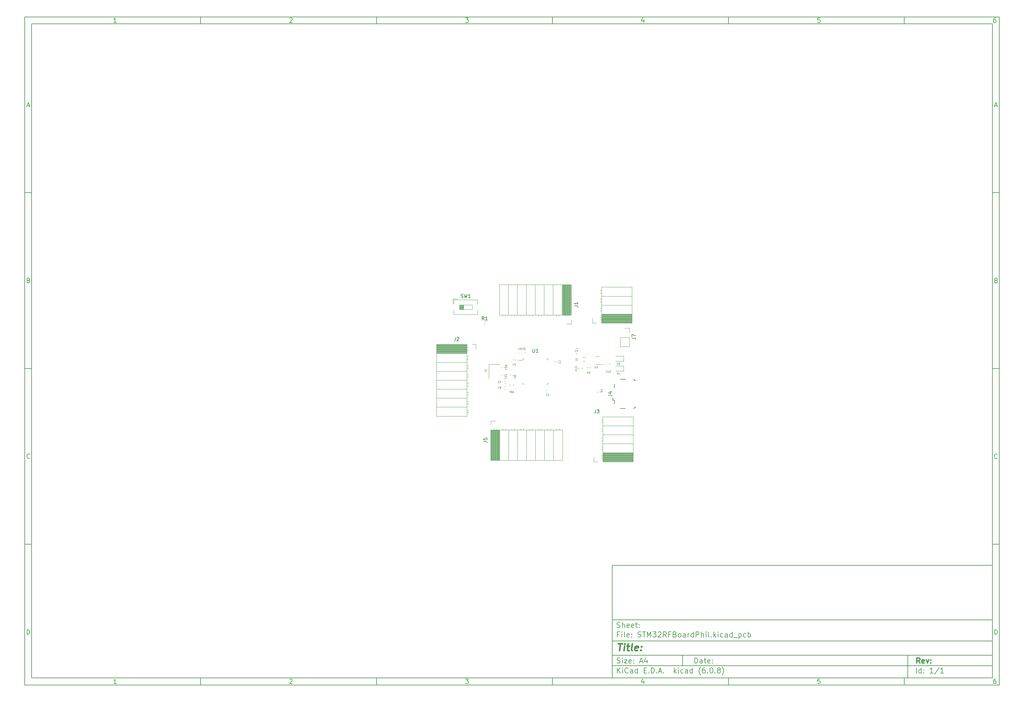
<source format=gbr>
%TF.GenerationSoftware,KiCad,Pcbnew,(6.0.8)*%
%TF.CreationDate,2022-10-27T20:00:02-05:00*%
%TF.ProjectId,STM32RFBoardPhil,53544d33-3252-4464-926f-617264506869,rev?*%
%TF.SameCoordinates,Original*%
%TF.FileFunction,Legend,Top*%
%TF.FilePolarity,Positive*%
%FSLAX46Y46*%
G04 Gerber Fmt 4.6, Leading zero omitted, Abs format (unit mm)*
G04 Created by KiCad (PCBNEW (6.0.8)) date 2022-10-27 20:00:02*
%MOMM*%
%LPD*%
G01*
G04 APERTURE LIST*
%ADD10C,0.100000*%
%ADD11C,0.150000*%
%ADD12C,0.300000*%
%ADD13C,0.400000*%
%ADD14C,0.125000*%
%ADD15C,0.120000*%
G04 APERTURE END LIST*
D10*
D11*
X177002200Y-166007200D02*
X177002200Y-198007200D01*
X285002200Y-198007200D01*
X285002200Y-166007200D01*
X177002200Y-166007200D01*
D10*
D11*
X10000000Y-10000000D02*
X10000000Y-200007200D01*
X287002200Y-200007200D01*
X287002200Y-10000000D01*
X10000000Y-10000000D01*
D10*
D11*
X12000000Y-12000000D02*
X12000000Y-198007200D01*
X285002200Y-198007200D01*
X285002200Y-12000000D01*
X12000000Y-12000000D01*
D10*
D11*
X60000000Y-12000000D02*
X60000000Y-10000000D01*
D10*
D11*
X110000000Y-12000000D02*
X110000000Y-10000000D01*
D10*
D11*
X160000000Y-12000000D02*
X160000000Y-10000000D01*
D10*
D11*
X210000000Y-12000000D02*
X210000000Y-10000000D01*
D10*
D11*
X260000000Y-12000000D02*
X260000000Y-10000000D01*
D10*
D11*
X36065476Y-11588095D02*
X35322619Y-11588095D01*
X35694047Y-11588095D02*
X35694047Y-10288095D01*
X35570238Y-10473809D01*
X35446428Y-10597619D01*
X35322619Y-10659523D01*
D10*
D11*
X85322619Y-10411904D02*
X85384523Y-10350000D01*
X85508333Y-10288095D01*
X85817857Y-10288095D01*
X85941666Y-10350000D01*
X86003571Y-10411904D01*
X86065476Y-10535714D01*
X86065476Y-10659523D01*
X86003571Y-10845238D01*
X85260714Y-11588095D01*
X86065476Y-11588095D01*
D10*
D11*
X135260714Y-10288095D02*
X136065476Y-10288095D01*
X135632142Y-10783333D01*
X135817857Y-10783333D01*
X135941666Y-10845238D01*
X136003571Y-10907142D01*
X136065476Y-11030952D01*
X136065476Y-11340476D01*
X136003571Y-11464285D01*
X135941666Y-11526190D01*
X135817857Y-11588095D01*
X135446428Y-11588095D01*
X135322619Y-11526190D01*
X135260714Y-11464285D01*
D10*
D11*
X185941666Y-10721428D02*
X185941666Y-11588095D01*
X185632142Y-10226190D02*
X185322619Y-11154761D01*
X186127380Y-11154761D01*
D10*
D11*
X236003571Y-10288095D02*
X235384523Y-10288095D01*
X235322619Y-10907142D01*
X235384523Y-10845238D01*
X235508333Y-10783333D01*
X235817857Y-10783333D01*
X235941666Y-10845238D01*
X236003571Y-10907142D01*
X236065476Y-11030952D01*
X236065476Y-11340476D01*
X236003571Y-11464285D01*
X235941666Y-11526190D01*
X235817857Y-11588095D01*
X235508333Y-11588095D01*
X235384523Y-11526190D01*
X235322619Y-11464285D01*
D10*
D11*
X285941666Y-10288095D02*
X285694047Y-10288095D01*
X285570238Y-10350000D01*
X285508333Y-10411904D01*
X285384523Y-10597619D01*
X285322619Y-10845238D01*
X285322619Y-11340476D01*
X285384523Y-11464285D01*
X285446428Y-11526190D01*
X285570238Y-11588095D01*
X285817857Y-11588095D01*
X285941666Y-11526190D01*
X286003571Y-11464285D01*
X286065476Y-11340476D01*
X286065476Y-11030952D01*
X286003571Y-10907142D01*
X285941666Y-10845238D01*
X285817857Y-10783333D01*
X285570238Y-10783333D01*
X285446428Y-10845238D01*
X285384523Y-10907142D01*
X285322619Y-11030952D01*
D10*
D11*
X60000000Y-198007200D02*
X60000000Y-200007200D01*
D10*
D11*
X110000000Y-198007200D02*
X110000000Y-200007200D01*
D10*
D11*
X160000000Y-198007200D02*
X160000000Y-200007200D01*
D10*
D11*
X210000000Y-198007200D02*
X210000000Y-200007200D01*
D10*
D11*
X260000000Y-198007200D02*
X260000000Y-200007200D01*
D10*
D11*
X36065476Y-199595295D02*
X35322619Y-199595295D01*
X35694047Y-199595295D02*
X35694047Y-198295295D01*
X35570238Y-198481009D01*
X35446428Y-198604819D01*
X35322619Y-198666723D01*
D10*
D11*
X85322619Y-198419104D02*
X85384523Y-198357200D01*
X85508333Y-198295295D01*
X85817857Y-198295295D01*
X85941666Y-198357200D01*
X86003571Y-198419104D01*
X86065476Y-198542914D01*
X86065476Y-198666723D01*
X86003571Y-198852438D01*
X85260714Y-199595295D01*
X86065476Y-199595295D01*
D10*
D11*
X135260714Y-198295295D02*
X136065476Y-198295295D01*
X135632142Y-198790533D01*
X135817857Y-198790533D01*
X135941666Y-198852438D01*
X136003571Y-198914342D01*
X136065476Y-199038152D01*
X136065476Y-199347676D01*
X136003571Y-199471485D01*
X135941666Y-199533390D01*
X135817857Y-199595295D01*
X135446428Y-199595295D01*
X135322619Y-199533390D01*
X135260714Y-199471485D01*
D10*
D11*
X185941666Y-198728628D02*
X185941666Y-199595295D01*
X185632142Y-198233390D02*
X185322619Y-199161961D01*
X186127380Y-199161961D01*
D10*
D11*
X236003571Y-198295295D02*
X235384523Y-198295295D01*
X235322619Y-198914342D01*
X235384523Y-198852438D01*
X235508333Y-198790533D01*
X235817857Y-198790533D01*
X235941666Y-198852438D01*
X236003571Y-198914342D01*
X236065476Y-199038152D01*
X236065476Y-199347676D01*
X236003571Y-199471485D01*
X235941666Y-199533390D01*
X235817857Y-199595295D01*
X235508333Y-199595295D01*
X235384523Y-199533390D01*
X235322619Y-199471485D01*
D10*
D11*
X285941666Y-198295295D02*
X285694047Y-198295295D01*
X285570238Y-198357200D01*
X285508333Y-198419104D01*
X285384523Y-198604819D01*
X285322619Y-198852438D01*
X285322619Y-199347676D01*
X285384523Y-199471485D01*
X285446428Y-199533390D01*
X285570238Y-199595295D01*
X285817857Y-199595295D01*
X285941666Y-199533390D01*
X286003571Y-199471485D01*
X286065476Y-199347676D01*
X286065476Y-199038152D01*
X286003571Y-198914342D01*
X285941666Y-198852438D01*
X285817857Y-198790533D01*
X285570238Y-198790533D01*
X285446428Y-198852438D01*
X285384523Y-198914342D01*
X285322619Y-199038152D01*
D10*
D11*
X10000000Y-60000000D02*
X12000000Y-60000000D01*
D10*
D11*
X10000000Y-110000000D02*
X12000000Y-110000000D01*
D10*
D11*
X10000000Y-160000000D02*
X12000000Y-160000000D01*
D10*
D11*
X10690476Y-35216666D02*
X11309523Y-35216666D01*
X10566666Y-35588095D02*
X11000000Y-34288095D01*
X11433333Y-35588095D01*
D10*
D11*
X11092857Y-84907142D02*
X11278571Y-84969047D01*
X11340476Y-85030952D01*
X11402380Y-85154761D01*
X11402380Y-85340476D01*
X11340476Y-85464285D01*
X11278571Y-85526190D01*
X11154761Y-85588095D01*
X10659523Y-85588095D01*
X10659523Y-84288095D01*
X11092857Y-84288095D01*
X11216666Y-84350000D01*
X11278571Y-84411904D01*
X11340476Y-84535714D01*
X11340476Y-84659523D01*
X11278571Y-84783333D01*
X11216666Y-84845238D01*
X11092857Y-84907142D01*
X10659523Y-84907142D01*
D10*
D11*
X11402380Y-135464285D02*
X11340476Y-135526190D01*
X11154761Y-135588095D01*
X11030952Y-135588095D01*
X10845238Y-135526190D01*
X10721428Y-135402380D01*
X10659523Y-135278571D01*
X10597619Y-135030952D01*
X10597619Y-134845238D01*
X10659523Y-134597619D01*
X10721428Y-134473809D01*
X10845238Y-134350000D01*
X11030952Y-134288095D01*
X11154761Y-134288095D01*
X11340476Y-134350000D01*
X11402380Y-134411904D01*
D10*
D11*
X10659523Y-185588095D02*
X10659523Y-184288095D01*
X10969047Y-184288095D01*
X11154761Y-184350000D01*
X11278571Y-184473809D01*
X11340476Y-184597619D01*
X11402380Y-184845238D01*
X11402380Y-185030952D01*
X11340476Y-185278571D01*
X11278571Y-185402380D01*
X11154761Y-185526190D01*
X10969047Y-185588095D01*
X10659523Y-185588095D01*
D10*
D11*
X287002200Y-60000000D02*
X285002200Y-60000000D01*
D10*
D11*
X287002200Y-110000000D02*
X285002200Y-110000000D01*
D10*
D11*
X287002200Y-160000000D02*
X285002200Y-160000000D01*
D10*
D11*
X285692676Y-35216666D02*
X286311723Y-35216666D01*
X285568866Y-35588095D02*
X286002200Y-34288095D01*
X286435533Y-35588095D01*
D10*
D11*
X286095057Y-84907142D02*
X286280771Y-84969047D01*
X286342676Y-85030952D01*
X286404580Y-85154761D01*
X286404580Y-85340476D01*
X286342676Y-85464285D01*
X286280771Y-85526190D01*
X286156961Y-85588095D01*
X285661723Y-85588095D01*
X285661723Y-84288095D01*
X286095057Y-84288095D01*
X286218866Y-84350000D01*
X286280771Y-84411904D01*
X286342676Y-84535714D01*
X286342676Y-84659523D01*
X286280771Y-84783333D01*
X286218866Y-84845238D01*
X286095057Y-84907142D01*
X285661723Y-84907142D01*
D10*
D11*
X286404580Y-135464285D02*
X286342676Y-135526190D01*
X286156961Y-135588095D01*
X286033152Y-135588095D01*
X285847438Y-135526190D01*
X285723628Y-135402380D01*
X285661723Y-135278571D01*
X285599819Y-135030952D01*
X285599819Y-134845238D01*
X285661723Y-134597619D01*
X285723628Y-134473809D01*
X285847438Y-134350000D01*
X286033152Y-134288095D01*
X286156961Y-134288095D01*
X286342676Y-134350000D01*
X286404580Y-134411904D01*
D10*
D11*
X285661723Y-185588095D02*
X285661723Y-184288095D01*
X285971247Y-184288095D01*
X286156961Y-184350000D01*
X286280771Y-184473809D01*
X286342676Y-184597619D01*
X286404580Y-184845238D01*
X286404580Y-185030952D01*
X286342676Y-185278571D01*
X286280771Y-185402380D01*
X286156961Y-185526190D01*
X285971247Y-185588095D01*
X285661723Y-185588095D01*
D10*
D11*
X200434342Y-193785771D02*
X200434342Y-192285771D01*
X200791485Y-192285771D01*
X201005771Y-192357200D01*
X201148628Y-192500057D01*
X201220057Y-192642914D01*
X201291485Y-192928628D01*
X201291485Y-193142914D01*
X201220057Y-193428628D01*
X201148628Y-193571485D01*
X201005771Y-193714342D01*
X200791485Y-193785771D01*
X200434342Y-193785771D01*
X202577200Y-193785771D02*
X202577200Y-193000057D01*
X202505771Y-192857200D01*
X202362914Y-192785771D01*
X202077200Y-192785771D01*
X201934342Y-192857200D01*
X202577200Y-193714342D02*
X202434342Y-193785771D01*
X202077200Y-193785771D01*
X201934342Y-193714342D01*
X201862914Y-193571485D01*
X201862914Y-193428628D01*
X201934342Y-193285771D01*
X202077200Y-193214342D01*
X202434342Y-193214342D01*
X202577200Y-193142914D01*
X203077200Y-192785771D02*
X203648628Y-192785771D01*
X203291485Y-192285771D02*
X203291485Y-193571485D01*
X203362914Y-193714342D01*
X203505771Y-193785771D01*
X203648628Y-193785771D01*
X204720057Y-193714342D02*
X204577200Y-193785771D01*
X204291485Y-193785771D01*
X204148628Y-193714342D01*
X204077200Y-193571485D01*
X204077200Y-193000057D01*
X204148628Y-192857200D01*
X204291485Y-192785771D01*
X204577200Y-192785771D01*
X204720057Y-192857200D01*
X204791485Y-193000057D01*
X204791485Y-193142914D01*
X204077200Y-193285771D01*
X205434342Y-193642914D02*
X205505771Y-193714342D01*
X205434342Y-193785771D01*
X205362914Y-193714342D01*
X205434342Y-193642914D01*
X205434342Y-193785771D01*
X205434342Y-192857200D02*
X205505771Y-192928628D01*
X205434342Y-193000057D01*
X205362914Y-192928628D01*
X205434342Y-192857200D01*
X205434342Y-193000057D01*
D10*
D11*
X177002200Y-194507200D02*
X285002200Y-194507200D01*
D10*
D11*
X178434342Y-196585771D02*
X178434342Y-195085771D01*
X179291485Y-196585771D02*
X178648628Y-195728628D01*
X179291485Y-195085771D02*
X178434342Y-195942914D01*
X179934342Y-196585771D02*
X179934342Y-195585771D01*
X179934342Y-195085771D02*
X179862914Y-195157200D01*
X179934342Y-195228628D01*
X180005771Y-195157200D01*
X179934342Y-195085771D01*
X179934342Y-195228628D01*
X181505771Y-196442914D02*
X181434342Y-196514342D01*
X181220057Y-196585771D01*
X181077200Y-196585771D01*
X180862914Y-196514342D01*
X180720057Y-196371485D01*
X180648628Y-196228628D01*
X180577200Y-195942914D01*
X180577200Y-195728628D01*
X180648628Y-195442914D01*
X180720057Y-195300057D01*
X180862914Y-195157200D01*
X181077200Y-195085771D01*
X181220057Y-195085771D01*
X181434342Y-195157200D01*
X181505771Y-195228628D01*
X182791485Y-196585771D02*
X182791485Y-195800057D01*
X182720057Y-195657200D01*
X182577200Y-195585771D01*
X182291485Y-195585771D01*
X182148628Y-195657200D01*
X182791485Y-196514342D02*
X182648628Y-196585771D01*
X182291485Y-196585771D01*
X182148628Y-196514342D01*
X182077200Y-196371485D01*
X182077200Y-196228628D01*
X182148628Y-196085771D01*
X182291485Y-196014342D01*
X182648628Y-196014342D01*
X182791485Y-195942914D01*
X184148628Y-196585771D02*
X184148628Y-195085771D01*
X184148628Y-196514342D02*
X184005771Y-196585771D01*
X183720057Y-196585771D01*
X183577200Y-196514342D01*
X183505771Y-196442914D01*
X183434342Y-196300057D01*
X183434342Y-195871485D01*
X183505771Y-195728628D01*
X183577200Y-195657200D01*
X183720057Y-195585771D01*
X184005771Y-195585771D01*
X184148628Y-195657200D01*
X186005771Y-195800057D02*
X186505771Y-195800057D01*
X186720057Y-196585771D02*
X186005771Y-196585771D01*
X186005771Y-195085771D01*
X186720057Y-195085771D01*
X187362914Y-196442914D02*
X187434342Y-196514342D01*
X187362914Y-196585771D01*
X187291485Y-196514342D01*
X187362914Y-196442914D01*
X187362914Y-196585771D01*
X188077200Y-196585771D02*
X188077200Y-195085771D01*
X188434342Y-195085771D01*
X188648628Y-195157200D01*
X188791485Y-195300057D01*
X188862914Y-195442914D01*
X188934342Y-195728628D01*
X188934342Y-195942914D01*
X188862914Y-196228628D01*
X188791485Y-196371485D01*
X188648628Y-196514342D01*
X188434342Y-196585771D01*
X188077200Y-196585771D01*
X189577200Y-196442914D02*
X189648628Y-196514342D01*
X189577200Y-196585771D01*
X189505771Y-196514342D01*
X189577200Y-196442914D01*
X189577200Y-196585771D01*
X190220057Y-196157200D02*
X190934342Y-196157200D01*
X190077200Y-196585771D02*
X190577200Y-195085771D01*
X191077200Y-196585771D01*
X191577200Y-196442914D02*
X191648628Y-196514342D01*
X191577200Y-196585771D01*
X191505771Y-196514342D01*
X191577200Y-196442914D01*
X191577200Y-196585771D01*
X194577200Y-196585771D02*
X194577200Y-195085771D01*
X194720057Y-196014342D02*
X195148628Y-196585771D01*
X195148628Y-195585771D02*
X194577200Y-196157200D01*
X195791485Y-196585771D02*
X195791485Y-195585771D01*
X195791485Y-195085771D02*
X195720057Y-195157200D01*
X195791485Y-195228628D01*
X195862914Y-195157200D01*
X195791485Y-195085771D01*
X195791485Y-195228628D01*
X197148628Y-196514342D02*
X197005771Y-196585771D01*
X196720057Y-196585771D01*
X196577200Y-196514342D01*
X196505771Y-196442914D01*
X196434342Y-196300057D01*
X196434342Y-195871485D01*
X196505771Y-195728628D01*
X196577200Y-195657200D01*
X196720057Y-195585771D01*
X197005771Y-195585771D01*
X197148628Y-195657200D01*
X198434342Y-196585771D02*
X198434342Y-195800057D01*
X198362914Y-195657200D01*
X198220057Y-195585771D01*
X197934342Y-195585771D01*
X197791485Y-195657200D01*
X198434342Y-196514342D02*
X198291485Y-196585771D01*
X197934342Y-196585771D01*
X197791485Y-196514342D01*
X197720057Y-196371485D01*
X197720057Y-196228628D01*
X197791485Y-196085771D01*
X197934342Y-196014342D01*
X198291485Y-196014342D01*
X198434342Y-195942914D01*
X199791485Y-196585771D02*
X199791485Y-195085771D01*
X199791485Y-196514342D02*
X199648628Y-196585771D01*
X199362914Y-196585771D01*
X199220057Y-196514342D01*
X199148628Y-196442914D01*
X199077200Y-196300057D01*
X199077200Y-195871485D01*
X199148628Y-195728628D01*
X199220057Y-195657200D01*
X199362914Y-195585771D01*
X199648628Y-195585771D01*
X199791485Y-195657200D01*
X202077200Y-197157200D02*
X202005771Y-197085771D01*
X201862914Y-196871485D01*
X201791485Y-196728628D01*
X201720057Y-196514342D01*
X201648628Y-196157200D01*
X201648628Y-195871485D01*
X201720057Y-195514342D01*
X201791485Y-195300057D01*
X201862914Y-195157200D01*
X202005771Y-194942914D01*
X202077200Y-194871485D01*
X203291485Y-195085771D02*
X203005771Y-195085771D01*
X202862914Y-195157200D01*
X202791485Y-195228628D01*
X202648628Y-195442914D01*
X202577200Y-195728628D01*
X202577200Y-196300057D01*
X202648628Y-196442914D01*
X202720057Y-196514342D01*
X202862914Y-196585771D01*
X203148628Y-196585771D01*
X203291485Y-196514342D01*
X203362914Y-196442914D01*
X203434342Y-196300057D01*
X203434342Y-195942914D01*
X203362914Y-195800057D01*
X203291485Y-195728628D01*
X203148628Y-195657200D01*
X202862914Y-195657200D01*
X202720057Y-195728628D01*
X202648628Y-195800057D01*
X202577200Y-195942914D01*
X204077200Y-196442914D02*
X204148628Y-196514342D01*
X204077200Y-196585771D01*
X204005771Y-196514342D01*
X204077200Y-196442914D01*
X204077200Y-196585771D01*
X205077200Y-195085771D02*
X205220057Y-195085771D01*
X205362914Y-195157200D01*
X205434342Y-195228628D01*
X205505771Y-195371485D01*
X205577200Y-195657200D01*
X205577200Y-196014342D01*
X205505771Y-196300057D01*
X205434342Y-196442914D01*
X205362914Y-196514342D01*
X205220057Y-196585771D01*
X205077200Y-196585771D01*
X204934342Y-196514342D01*
X204862914Y-196442914D01*
X204791485Y-196300057D01*
X204720057Y-196014342D01*
X204720057Y-195657200D01*
X204791485Y-195371485D01*
X204862914Y-195228628D01*
X204934342Y-195157200D01*
X205077200Y-195085771D01*
X206220057Y-196442914D02*
X206291485Y-196514342D01*
X206220057Y-196585771D01*
X206148628Y-196514342D01*
X206220057Y-196442914D01*
X206220057Y-196585771D01*
X207148628Y-195728628D02*
X207005771Y-195657200D01*
X206934342Y-195585771D01*
X206862914Y-195442914D01*
X206862914Y-195371485D01*
X206934342Y-195228628D01*
X207005771Y-195157200D01*
X207148628Y-195085771D01*
X207434342Y-195085771D01*
X207577200Y-195157200D01*
X207648628Y-195228628D01*
X207720057Y-195371485D01*
X207720057Y-195442914D01*
X207648628Y-195585771D01*
X207577200Y-195657200D01*
X207434342Y-195728628D01*
X207148628Y-195728628D01*
X207005771Y-195800057D01*
X206934342Y-195871485D01*
X206862914Y-196014342D01*
X206862914Y-196300057D01*
X206934342Y-196442914D01*
X207005771Y-196514342D01*
X207148628Y-196585771D01*
X207434342Y-196585771D01*
X207577200Y-196514342D01*
X207648628Y-196442914D01*
X207720057Y-196300057D01*
X207720057Y-196014342D01*
X207648628Y-195871485D01*
X207577200Y-195800057D01*
X207434342Y-195728628D01*
X208220057Y-197157200D02*
X208291485Y-197085771D01*
X208434342Y-196871485D01*
X208505771Y-196728628D01*
X208577200Y-196514342D01*
X208648628Y-196157200D01*
X208648628Y-195871485D01*
X208577200Y-195514342D01*
X208505771Y-195300057D01*
X208434342Y-195157200D01*
X208291485Y-194942914D01*
X208220057Y-194871485D01*
D10*
D11*
X177002200Y-191507200D02*
X285002200Y-191507200D01*
D10*
D12*
X264411485Y-193785771D02*
X263911485Y-193071485D01*
X263554342Y-193785771D02*
X263554342Y-192285771D01*
X264125771Y-192285771D01*
X264268628Y-192357200D01*
X264340057Y-192428628D01*
X264411485Y-192571485D01*
X264411485Y-192785771D01*
X264340057Y-192928628D01*
X264268628Y-193000057D01*
X264125771Y-193071485D01*
X263554342Y-193071485D01*
X265625771Y-193714342D02*
X265482914Y-193785771D01*
X265197200Y-193785771D01*
X265054342Y-193714342D01*
X264982914Y-193571485D01*
X264982914Y-193000057D01*
X265054342Y-192857200D01*
X265197200Y-192785771D01*
X265482914Y-192785771D01*
X265625771Y-192857200D01*
X265697200Y-193000057D01*
X265697200Y-193142914D01*
X264982914Y-193285771D01*
X266197200Y-192785771D02*
X266554342Y-193785771D01*
X266911485Y-192785771D01*
X267482914Y-193642914D02*
X267554342Y-193714342D01*
X267482914Y-193785771D01*
X267411485Y-193714342D01*
X267482914Y-193642914D01*
X267482914Y-193785771D01*
X267482914Y-192857200D02*
X267554342Y-192928628D01*
X267482914Y-193000057D01*
X267411485Y-192928628D01*
X267482914Y-192857200D01*
X267482914Y-193000057D01*
D10*
D11*
X178362914Y-193714342D02*
X178577200Y-193785771D01*
X178934342Y-193785771D01*
X179077200Y-193714342D01*
X179148628Y-193642914D01*
X179220057Y-193500057D01*
X179220057Y-193357200D01*
X179148628Y-193214342D01*
X179077200Y-193142914D01*
X178934342Y-193071485D01*
X178648628Y-193000057D01*
X178505771Y-192928628D01*
X178434342Y-192857200D01*
X178362914Y-192714342D01*
X178362914Y-192571485D01*
X178434342Y-192428628D01*
X178505771Y-192357200D01*
X178648628Y-192285771D01*
X179005771Y-192285771D01*
X179220057Y-192357200D01*
X179862914Y-193785771D02*
X179862914Y-192785771D01*
X179862914Y-192285771D02*
X179791485Y-192357200D01*
X179862914Y-192428628D01*
X179934342Y-192357200D01*
X179862914Y-192285771D01*
X179862914Y-192428628D01*
X180434342Y-192785771D02*
X181220057Y-192785771D01*
X180434342Y-193785771D01*
X181220057Y-193785771D01*
X182362914Y-193714342D02*
X182220057Y-193785771D01*
X181934342Y-193785771D01*
X181791485Y-193714342D01*
X181720057Y-193571485D01*
X181720057Y-193000057D01*
X181791485Y-192857200D01*
X181934342Y-192785771D01*
X182220057Y-192785771D01*
X182362914Y-192857200D01*
X182434342Y-193000057D01*
X182434342Y-193142914D01*
X181720057Y-193285771D01*
X183077200Y-193642914D02*
X183148628Y-193714342D01*
X183077200Y-193785771D01*
X183005771Y-193714342D01*
X183077200Y-193642914D01*
X183077200Y-193785771D01*
X183077200Y-192857200D02*
X183148628Y-192928628D01*
X183077200Y-193000057D01*
X183005771Y-192928628D01*
X183077200Y-192857200D01*
X183077200Y-193000057D01*
X184862914Y-193357200D02*
X185577200Y-193357200D01*
X184720057Y-193785771D02*
X185220057Y-192285771D01*
X185720057Y-193785771D01*
X186862914Y-192785771D02*
X186862914Y-193785771D01*
X186505771Y-192214342D02*
X186148628Y-193285771D01*
X187077200Y-193285771D01*
D10*
D11*
X263434342Y-196585771D02*
X263434342Y-195085771D01*
X264791485Y-196585771D02*
X264791485Y-195085771D01*
X264791485Y-196514342D02*
X264648628Y-196585771D01*
X264362914Y-196585771D01*
X264220057Y-196514342D01*
X264148628Y-196442914D01*
X264077200Y-196300057D01*
X264077200Y-195871485D01*
X264148628Y-195728628D01*
X264220057Y-195657200D01*
X264362914Y-195585771D01*
X264648628Y-195585771D01*
X264791485Y-195657200D01*
X265505771Y-196442914D02*
X265577200Y-196514342D01*
X265505771Y-196585771D01*
X265434342Y-196514342D01*
X265505771Y-196442914D01*
X265505771Y-196585771D01*
X265505771Y-195657200D02*
X265577200Y-195728628D01*
X265505771Y-195800057D01*
X265434342Y-195728628D01*
X265505771Y-195657200D01*
X265505771Y-195800057D01*
X268148628Y-196585771D02*
X267291485Y-196585771D01*
X267720057Y-196585771D02*
X267720057Y-195085771D01*
X267577200Y-195300057D01*
X267434342Y-195442914D01*
X267291485Y-195514342D01*
X269862914Y-195014342D02*
X268577200Y-196942914D01*
X271148628Y-196585771D02*
X270291485Y-196585771D01*
X270720057Y-196585771D02*
X270720057Y-195085771D01*
X270577200Y-195300057D01*
X270434342Y-195442914D01*
X270291485Y-195514342D01*
D10*
D11*
X177002200Y-187507200D02*
X285002200Y-187507200D01*
D10*
D13*
X178714580Y-188211961D02*
X179857438Y-188211961D01*
X179036009Y-190211961D02*
X179286009Y-188211961D01*
X180274104Y-190211961D02*
X180440771Y-188878628D01*
X180524104Y-188211961D02*
X180416961Y-188307200D01*
X180500295Y-188402438D01*
X180607438Y-188307200D01*
X180524104Y-188211961D01*
X180500295Y-188402438D01*
X181107438Y-188878628D02*
X181869342Y-188878628D01*
X181476485Y-188211961D02*
X181262200Y-189926247D01*
X181333628Y-190116723D01*
X181512200Y-190211961D01*
X181702676Y-190211961D01*
X182655057Y-190211961D02*
X182476485Y-190116723D01*
X182405057Y-189926247D01*
X182619342Y-188211961D01*
X184190771Y-190116723D02*
X183988390Y-190211961D01*
X183607438Y-190211961D01*
X183428866Y-190116723D01*
X183357438Y-189926247D01*
X183452676Y-189164342D01*
X183571723Y-188973866D01*
X183774104Y-188878628D01*
X184155057Y-188878628D01*
X184333628Y-188973866D01*
X184405057Y-189164342D01*
X184381247Y-189354819D01*
X183405057Y-189545295D01*
X185155057Y-190021485D02*
X185238390Y-190116723D01*
X185131247Y-190211961D01*
X185047914Y-190116723D01*
X185155057Y-190021485D01*
X185131247Y-190211961D01*
X185286009Y-188973866D02*
X185369342Y-189069104D01*
X185262200Y-189164342D01*
X185178866Y-189069104D01*
X185286009Y-188973866D01*
X185262200Y-189164342D01*
D10*
D11*
X178934342Y-185600057D02*
X178434342Y-185600057D01*
X178434342Y-186385771D02*
X178434342Y-184885771D01*
X179148628Y-184885771D01*
X179720057Y-186385771D02*
X179720057Y-185385771D01*
X179720057Y-184885771D02*
X179648628Y-184957200D01*
X179720057Y-185028628D01*
X179791485Y-184957200D01*
X179720057Y-184885771D01*
X179720057Y-185028628D01*
X180648628Y-186385771D02*
X180505771Y-186314342D01*
X180434342Y-186171485D01*
X180434342Y-184885771D01*
X181791485Y-186314342D02*
X181648628Y-186385771D01*
X181362914Y-186385771D01*
X181220057Y-186314342D01*
X181148628Y-186171485D01*
X181148628Y-185600057D01*
X181220057Y-185457200D01*
X181362914Y-185385771D01*
X181648628Y-185385771D01*
X181791485Y-185457200D01*
X181862914Y-185600057D01*
X181862914Y-185742914D01*
X181148628Y-185885771D01*
X182505771Y-186242914D02*
X182577200Y-186314342D01*
X182505771Y-186385771D01*
X182434342Y-186314342D01*
X182505771Y-186242914D01*
X182505771Y-186385771D01*
X182505771Y-185457200D02*
X182577200Y-185528628D01*
X182505771Y-185600057D01*
X182434342Y-185528628D01*
X182505771Y-185457200D01*
X182505771Y-185600057D01*
X184291485Y-186314342D02*
X184505771Y-186385771D01*
X184862914Y-186385771D01*
X185005771Y-186314342D01*
X185077200Y-186242914D01*
X185148628Y-186100057D01*
X185148628Y-185957200D01*
X185077200Y-185814342D01*
X185005771Y-185742914D01*
X184862914Y-185671485D01*
X184577200Y-185600057D01*
X184434342Y-185528628D01*
X184362914Y-185457200D01*
X184291485Y-185314342D01*
X184291485Y-185171485D01*
X184362914Y-185028628D01*
X184434342Y-184957200D01*
X184577200Y-184885771D01*
X184934342Y-184885771D01*
X185148628Y-184957200D01*
X185577200Y-184885771D02*
X186434342Y-184885771D01*
X186005771Y-186385771D02*
X186005771Y-184885771D01*
X186934342Y-186385771D02*
X186934342Y-184885771D01*
X187434342Y-185957200D01*
X187934342Y-184885771D01*
X187934342Y-186385771D01*
X188505771Y-184885771D02*
X189434342Y-184885771D01*
X188934342Y-185457200D01*
X189148628Y-185457200D01*
X189291485Y-185528628D01*
X189362914Y-185600057D01*
X189434342Y-185742914D01*
X189434342Y-186100057D01*
X189362914Y-186242914D01*
X189291485Y-186314342D01*
X189148628Y-186385771D01*
X188720057Y-186385771D01*
X188577200Y-186314342D01*
X188505771Y-186242914D01*
X190005771Y-185028628D02*
X190077200Y-184957200D01*
X190220057Y-184885771D01*
X190577200Y-184885771D01*
X190720057Y-184957200D01*
X190791485Y-185028628D01*
X190862914Y-185171485D01*
X190862914Y-185314342D01*
X190791485Y-185528628D01*
X189934342Y-186385771D01*
X190862914Y-186385771D01*
X192362914Y-186385771D02*
X191862914Y-185671485D01*
X191505771Y-186385771D02*
X191505771Y-184885771D01*
X192077200Y-184885771D01*
X192220057Y-184957200D01*
X192291485Y-185028628D01*
X192362914Y-185171485D01*
X192362914Y-185385771D01*
X192291485Y-185528628D01*
X192220057Y-185600057D01*
X192077200Y-185671485D01*
X191505771Y-185671485D01*
X193505771Y-185600057D02*
X193005771Y-185600057D01*
X193005771Y-186385771D02*
X193005771Y-184885771D01*
X193720057Y-184885771D01*
X194791485Y-185600057D02*
X195005771Y-185671485D01*
X195077200Y-185742914D01*
X195148628Y-185885771D01*
X195148628Y-186100057D01*
X195077200Y-186242914D01*
X195005771Y-186314342D01*
X194862914Y-186385771D01*
X194291485Y-186385771D01*
X194291485Y-184885771D01*
X194791485Y-184885771D01*
X194934342Y-184957200D01*
X195005771Y-185028628D01*
X195077200Y-185171485D01*
X195077200Y-185314342D01*
X195005771Y-185457200D01*
X194934342Y-185528628D01*
X194791485Y-185600057D01*
X194291485Y-185600057D01*
X196005771Y-186385771D02*
X195862914Y-186314342D01*
X195791485Y-186242914D01*
X195720057Y-186100057D01*
X195720057Y-185671485D01*
X195791485Y-185528628D01*
X195862914Y-185457200D01*
X196005771Y-185385771D01*
X196220057Y-185385771D01*
X196362914Y-185457200D01*
X196434342Y-185528628D01*
X196505771Y-185671485D01*
X196505771Y-186100057D01*
X196434342Y-186242914D01*
X196362914Y-186314342D01*
X196220057Y-186385771D01*
X196005771Y-186385771D01*
X197791485Y-186385771D02*
X197791485Y-185600057D01*
X197720057Y-185457200D01*
X197577200Y-185385771D01*
X197291485Y-185385771D01*
X197148628Y-185457200D01*
X197791485Y-186314342D02*
X197648628Y-186385771D01*
X197291485Y-186385771D01*
X197148628Y-186314342D01*
X197077200Y-186171485D01*
X197077200Y-186028628D01*
X197148628Y-185885771D01*
X197291485Y-185814342D01*
X197648628Y-185814342D01*
X197791485Y-185742914D01*
X198505771Y-186385771D02*
X198505771Y-185385771D01*
X198505771Y-185671485D02*
X198577200Y-185528628D01*
X198648628Y-185457200D01*
X198791485Y-185385771D01*
X198934342Y-185385771D01*
X200077200Y-186385771D02*
X200077200Y-184885771D01*
X200077200Y-186314342D02*
X199934342Y-186385771D01*
X199648628Y-186385771D01*
X199505771Y-186314342D01*
X199434342Y-186242914D01*
X199362914Y-186100057D01*
X199362914Y-185671485D01*
X199434342Y-185528628D01*
X199505771Y-185457200D01*
X199648628Y-185385771D01*
X199934342Y-185385771D01*
X200077200Y-185457200D01*
X200791485Y-186385771D02*
X200791485Y-184885771D01*
X201362914Y-184885771D01*
X201505771Y-184957200D01*
X201577200Y-185028628D01*
X201648628Y-185171485D01*
X201648628Y-185385771D01*
X201577200Y-185528628D01*
X201505771Y-185600057D01*
X201362914Y-185671485D01*
X200791485Y-185671485D01*
X202291485Y-186385771D02*
X202291485Y-184885771D01*
X202934342Y-186385771D02*
X202934342Y-185600057D01*
X202862914Y-185457200D01*
X202720057Y-185385771D01*
X202505771Y-185385771D01*
X202362914Y-185457200D01*
X202291485Y-185528628D01*
X203648628Y-186385771D02*
X203648628Y-185385771D01*
X203648628Y-184885771D02*
X203577200Y-184957200D01*
X203648628Y-185028628D01*
X203720057Y-184957200D01*
X203648628Y-184885771D01*
X203648628Y-185028628D01*
X204577200Y-186385771D02*
X204434342Y-186314342D01*
X204362914Y-186171485D01*
X204362914Y-184885771D01*
X205148628Y-186242914D02*
X205220057Y-186314342D01*
X205148628Y-186385771D01*
X205077200Y-186314342D01*
X205148628Y-186242914D01*
X205148628Y-186385771D01*
X205862914Y-186385771D02*
X205862914Y-184885771D01*
X206005771Y-185814342D02*
X206434342Y-186385771D01*
X206434342Y-185385771D02*
X205862914Y-185957200D01*
X207077200Y-186385771D02*
X207077200Y-185385771D01*
X207077200Y-184885771D02*
X207005771Y-184957200D01*
X207077200Y-185028628D01*
X207148628Y-184957200D01*
X207077200Y-184885771D01*
X207077200Y-185028628D01*
X208434342Y-186314342D02*
X208291485Y-186385771D01*
X208005771Y-186385771D01*
X207862914Y-186314342D01*
X207791485Y-186242914D01*
X207720057Y-186100057D01*
X207720057Y-185671485D01*
X207791485Y-185528628D01*
X207862914Y-185457200D01*
X208005771Y-185385771D01*
X208291485Y-185385771D01*
X208434342Y-185457200D01*
X209720057Y-186385771D02*
X209720057Y-185600057D01*
X209648628Y-185457200D01*
X209505771Y-185385771D01*
X209220057Y-185385771D01*
X209077200Y-185457200D01*
X209720057Y-186314342D02*
X209577200Y-186385771D01*
X209220057Y-186385771D01*
X209077200Y-186314342D01*
X209005771Y-186171485D01*
X209005771Y-186028628D01*
X209077200Y-185885771D01*
X209220057Y-185814342D01*
X209577200Y-185814342D01*
X209720057Y-185742914D01*
X211077200Y-186385771D02*
X211077200Y-184885771D01*
X211077200Y-186314342D02*
X210934342Y-186385771D01*
X210648628Y-186385771D01*
X210505771Y-186314342D01*
X210434342Y-186242914D01*
X210362914Y-186100057D01*
X210362914Y-185671485D01*
X210434342Y-185528628D01*
X210505771Y-185457200D01*
X210648628Y-185385771D01*
X210934342Y-185385771D01*
X211077200Y-185457200D01*
X211434342Y-186528628D02*
X212577200Y-186528628D01*
X212934342Y-185385771D02*
X212934342Y-186885771D01*
X212934342Y-185457200D02*
X213077200Y-185385771D01*
X213362914Y-185385771D01*
X213505771Y-185457200D01*
X213577200Y-185528628D01*
X213648628Y-185671485D01*
X213648628Y-186100057D01*
X213577200Y-186242914D01*
X213505771Y-186314342D01*
X213362914Y-186385771D01*
X213077200Y-186385771D01*
X212934342Y-186314342D01*
X214934342Y-186314342D02*
X214791485Y-186385771D01*
X214505771Y-186385771D01*
X214362914Y-186314342D01*
X214291485Y-186242914D01*
X214220057Y-186100057D01*
X214220057Y-185671485D01*
X214291485Y-185528628D01*
X214362914Y-185457200D01*
X214505771Y-185385771D01*
X214791485Y-185385771D01*
X214934342Y-185457200D01*
X215577200Y-186385771D02*
X215577200Y-184885771D01*
X215577200Y-185457200D02*
X215720057Y-185385771D01*
X216005771Y-185385771D01*
X216148628Y-185457200D01*
X216220057Y-185528628D01*
X216291485Y-185671485D01*
X216291485Y-186100057D01*
X216220057Y-186242914D01*
X216148628Y-186314342D01*
X216005771Y-186385771D01*
X215720057Y-186385771D01*
X215577200Y-186314342D01*
D10*
D11*
X177002200Y-181507200D02*
X285002200Y-181507200D01*
D10*
D11*
X178362914Y-183614342D02*
X178577200Y-183685771D01*
X178934342Y-183685771D01*
X179077200Y-183614342D01*
X179148628Y-183542914D01*
X179220057Y-183400057D01*
X179220057Y-183257200D01*
X179148628Y-183114342D01*
X179077200Y-183042914D01*
X178934342Y-182971485D01*
X178648628Y-182900057D01*
X178505771Y-182828628D01*
X178434342Y-182757200D01*
X178362914Y-182614342D01*
X178362914Y-182471485D01*
X178434342Y-182328628D01*
X178505771Y-182257200D01*
X178648628Y-182185771D01*
X179005771Y-182185771D01*
X179220057Y-182257200D01*
X179862914Y-183685771D02*
X179862914Y-182185771D01*
X180505771Y-183685771D02*
X180505771Y-182900057D01*
X180434342Y-182757200D01*
X180291485Y-182685771D01*
X180077200Y-182685771D01*
X179934342Y-182757200D01*
X179862914Y-182828628D01*
X181791485Y-183614342D02*
X181648628Y-183685771D01*
X181362914Y-183685771D01*
X181220057Y-183614342D01*
X181148628Y-183471485D01*
X181148628Y-182900057D01*
X181220057Y-182757200D01*
X181362914Y-182685771D01*
X181648628Y-182685771D01*
X181791485Y-182757200D01*
X181862914Y-182900057D01*
X181862914Y-183042914D01*
X181148628Y-183185771D01*
X183077200Y-183614342D02*
X182934342Y-183685771D01*
X182648628Y-183685771D01*
X182505771Y-183614342D01*
X182434342Y-183471485D01*
X182434342Y-182900057D01*
X182505771Y-182757200D01*
X182648628Y-182685771D01*
X182934342Y-182685771D01*
X183077200Y-182757200D01*
X183148628Y-182900057D01*
X183148628Y-183042914D01*
X182434342Y-183185771D01*
X183577200Y-182685771D02*
X184148628Y-182685771D01*
X183791485Y-182185771D02*
X183791485Y-183471485D01*
X183862914Y-183614342D01*
X184005771Y-183685771D01*
X184148628Y-183685771D01*
X184648628Y-183542914D02*
X184720057Y-183614342D01*
X184648628Y-183685771D01*
X184577200Y-183614342D01*
X184648628Y-183542914D01*
X184648628Y-183685771D01*
X184648628Y-182757200D02*
X184720057Y-182828628D01*
X184648628Y-182900057D01*
X184577200Y-182828628D01*
X184648628Y-182757200D01*
X184648628Y-182900057D01*
D10*
D12*
D10*
D11*
D10*
D11*
D10*
D11*
D10*
D11*
D10*
D11*
X197002200Y-191507200D02*
X197002200Y-194507200D01*
D10*
D11*
X261002200Y-191507200D02*
X261002200Y-198007200D01*
D14*
%TO.C,C4*%
X148997066Y-109005171D02*
X148973257Y-109028980D01*
X148901828Y-109052790D01*
X148854209Y-109052790D01*
X148782780Y-109028980D01*
X148735161Y-108981361D01*
X148711352Y-108933742D01*
X148687542Y-108838504D01*
X148687542Y-108767076D01*
X148711352Y-108671838D01*
X148735161Y-108624219D01*
X148782780Y-108576600D01*
X148854209Y-108552790D01*
X148901828Y-108552790D01*
X148973257Y-108576600D01*
X148997066Y-108600409D01*
X149425638Y-108719457D02*
X149425638Y-109052790D01*
X149306590Y-108528980D02*
X149187542Y-108886123D01*
X149497066Y-108886123D01*
%TO.C,C13*%
X166883171Y-110387408D02*
X166906980Y-110411218D01*
X166930790Y-110482646D01*
X166930790Y-110530265D01*
X166906980Y-110601694D01*
X166859361Y-110649313D01*
X166811742Y-110673122D01*
X166716504Y-110696932D01*
X166645076Y-110696932D01*
X166549838Y-110673122D01*
X166502219Y-110649313D01*
X166454600Y-110601694D01*
X166430790Y-110530265D01*
X166430790Y-110482646D01*
X166454600Y-110411218D01*
X166478409Y-110387408D01*
X166930790Y-109911218D02*
X166930790Y-110196932D01*
X166930790Y-110054075D02*
X166430790Y-110054075D01*
X166502219Y-110101694D01*
X166549838Y-110149313D01*
X166573647Y-110196932D01*
X166430790Y-109744551D02*
X166430790Y-109435027D01*
X166621266Y-109601694D01*
X166621266Y-109530265D01*
X166645076Y-109482646D01*
X166668885Y-109458837D01*
X166716504Y-109435027D01*
X166835552Y-109435027D01*
X166883171Y-109458837D01*
X166906980Y-109482646D01*
X166930790Y-109530265D01*
X166930790Y-109673122D01*
X166906980Y-109720741D01*
X166883171Y-109744551D01*
%TO.C,R2*%
X174226190Y-116293333D02*
X173988095Y-116460000D01*
X174226190Y-116579047D02*
X173726190Y-116579047D01*
X173726190Y-116388571D01*
X173750000Y-116340952D01*
X173773809Y-116317142D01*
X173821428Y-116293333D01*
X173892857Y-116293333D01*
X173940476Y-116317142D01*
X173964285Y-116340952D01*
X173988095Y-116388571D01*
X173988095Y-116579047D01*
X173773809Y-116102857D02*
X173750000Y-116079047D01*
X173726190Y-116031428D01*
X173726190Y-115912380D01*
X173750000Y-115864761D01*
X173773809Y-115840952D01*
X173821428Y-115817142D01*
X173869047Y-115817142D01*
X173940476Y-115840952D01*
X174226190Y-116126666D01*
X174226190Y-115817142D01*
%TO.C,C7*%
X144805866Y-114028371D02*
X144782057Y-114052180D01*
X144710628Y-114075990D01*
X144663009Y-114075990D01*
X144591580Y-114052180D01*
X144543961Y-114004561D01*
X144520152Y-113956942D01*
X144496342Y-113861704D01*
X144496342Y-113790276D01*
X144520152Y-113695038D01*
X144543961Y-113647419D01*
X144591580Y-113599800D01*
X144663009Y-113575990D01*
X144710628Y-113575990D01*
X144782057Y-113599800D01*
X144805866Y-113623609D01*
X144972533Y-113575990D02*
X145305866Y-113575990D01*
X145091580Y-114075990D01*
%TO.C,R3*%
X170171266Y-111401590D02*
X170004600Y-111163495D01*
X169885552Y-111401590D02*
X169885552Y-110901590D01*
X170076028Y-110901590D01*
X170123647Y-110925400D01*
X170147457Y-110949209D01*
X170171266Y-110996828D01*
X170171266Y-111068257D01*
X170147457Y-111115876D01*
X170123647Y-111139685D01*
X170076028Y-111163495D01*
X169885552Y-111163495D01*
X170337933Y-110901590D02*
X170647457Y-110901590D01*
X170480790Y-111092066D01*
X170552219Y-111092066D01*
X170599838Y-111115876D01*
X170623647Y-111139685D01*
X170647457Y-111187304D01*
X170647457Y-111306352D01*
X170623647Y-111353971D01*
X170599838Y-111377780D01*
X170552219Y-111401590D01*
X170409361Y-111401590D01*
X170361742Y-111377780D01*
X170337933Y-111353971D01*
%TO.C,C10*%
X146978571Y-109921428D02*
X147002380Y-109945238D01*
X147026190Y-110016666D01*
X147026190Y-110064285D01*
X147002380Y-110135714D01*
X146954761Y-110183333D01*
X146907142Y-110207142D01*
X146811904Y-110230952D01*
X146740476Y-110230952D01*
X146645238Y-110207142D01*
X146597619Y-110183333D01*
X146550000Y-110135714D01*
X146526190Y-110064285D01*
X146526190Y-110016666D01*
X146550000Y-109945238D01*
X146573809Y-109921428D01*
X147026190Y-109445238D02*
X147026190Y-109730952D01*
X147026190Y-109588095D02*
X146526190Y-109588095D01*
X146597619Y-109635714D01*
X146645238Y-109683333D01*
X146669047Y-109730952D01*
X146526190Y-109135714D02*
X146526190Y-109088095D01*
X146550000Y-109040476D01*
X146573809Y-109016666D01*
X146621428Y-108992857D01*
X146716666Y-108969047D01*
X146835714Y-108969047D01*
X146930952Y-108992857D01*
X146978571Y-109016666D01*
X147002380Y-109040476D01*
X147026190Y-109088095D01*
X147026190Y-109135714D01*
X147002380Y-109183333D01*
X146978571Y-109207142D01*
X146930952Y-109230952D01*
X146835714Y-109254761D01*
X146716666Y-109254761D01*
X146621428Y-109230952D01*
X146573809Y-109207142D01*
X146550000Y-109183333D01*
X146526190Y-109135714D01*
%TO.C,C12*%
X175500371Y-111049971D02*
X175476561Y-111073780D01*
X175405133Y-111097590D01*
X175357514Y-111097590D01*
X175286085Y-111073780D01*
X175238466Y-111026161D01*
X175214657Y-110978542D01*
X175190847Y-110883304D01*
X175190847Y-110811876D01*
X175214657Y-110716638D01*
X175238466Y-110669019D01*
X175286085Y-110621400D01*
X175357514Y-110597590D01*
X175405133Y-110597590D01*
X175476561Y-110621400D01*
X175500371Y-110645209D01*
X175976561Y-111097590D02*
X175690847Y-111097590D01*
X175833704Y-111097590D02*
X175833704Y-110597590D01*
X175786085Y-110669019D01*
X175738466Y-110716638D01*
X175690847Y-110740447D01*
X176167038Y-110645209D02*
X176190847Y-110621400D01*
X176238466Y-110597590D01*
X176357514Y-110597590D01*
X176405133Y-110621400D01*
X176428942Y-110645209D01*
X176452752Y-110692828D01*
X176452752Y-110740447D01*
X176428942Y-110811876D01*
X176143228Y-111097590D01*
X176452752Y-111097590D01*
%TO.C,C2*%
X162229771Y-108164733D02*
X162253580Y-108188542D01*
X162277390Y-108259971D01*
X162277390Y-108307590D01*
X162253580Y-108379019D01*
X162205961Y-108426638D01*
X162158342Y-108450447D01*
X162063104Y-108474257D01*
X161991676Y-108474257D01*
X161896438Y-108450447D01*
X161848819Y-108426638D01*
X161801200Y-108379019D01*
X161777390Y-108307590D01*
X161777390Y-108259971D01*
X161801200Y-108188542D01*
X161825009Y-108164733D01*
X161825009Y-107974257D02*
X161801200Y-107950447D01*
X161777390Y-107902828D01*
X161777390Y-107783780D01*
X161801200Y-107736161D01*
X161825009Y-107712352D01*
X161872628Y-107688542D01*
X161920247Y-107688542D01*
X161991676Y-107712352D01*
X162277390Y-107998066D01*
X162277390Y-107688542D01*
D11*
%TO.C,J5*%
X140418180Y-130746733D02*
X141132466Y-130746733D01*
X141275323Y-130794352D01*
X141370561Y-130889590D01*
X141418180Y-131032447D01*
X141418180Y-131127685D01*
X140418180Y-129794352D02*
X140418180Y-130270542D01*
X140894371Y-130318161D01*
X140846752Y-130270542D01*
X140799133Y-130175304D01*
X140799133Y-129937209D01*
X140846752Y-129841971D01*
X140894371Y-129794352D01*
X140989609Y-129746733D01*
X141227704Y-129746733D01*
X141322942Y-129794352D01*
X141370561Y-129841971D01*
X141418180Y-129937209D01*
X141418180Y-130175304D01*
X141370561Y-130270542D01*
X141322942Y-130318161D01*
%TO.C,U1*%
X154363495Y-104426980D02*
X154363495Y-105236504D01*
X154411114Y-105331742D01*
X154458733Y-105379361D01*
X154553971Y-105426980D01*
X154744447Y-105426980D01*
X154839685Y-105379361D01*
X154887304Y-105331742D01*
X154934923Y-105236504D01*
X154934923Y-104426980D01*
X155934923Y-105426980D02*
X155363495Y-105426980D01*
X155649209Y-105426980D02*
X155649209Y-104426980D01*
X155553971Y-104569838D01*
X155458733Y-104665076D01*
X155363495Y-104712695D01*
D14*
%TO.C,C8*%
X144831266Y-115603171D02*
X144807457Y-115626980D01*
X144736028Y-115650790D01*
X144688409Y-115650790D01*
X144616980Y-115626980D01*
X144569361Y-115579361D01*
X144545552Y-115531742D01*
X144521742Y-115436504D01*
X144521742Y-115365076D01*
X144545552Y-115269838D01*
X144569361Y-115222219D01*
X144616980Y-115174600D01*
X144688409Y-115150790D01*
X144736028Y-115150790D01*
X144807457Y-115174600D01*
X144831266Y-115198409D01*
X145116980Y-115365076D02*
X145069361Y-115341266D01*
X145045552Y-115317457D01*
X145021742Y-115269838D01*
X145021742Y-115246028D01*
X145045552Y-115198409D01*
X145069361Y-115174600D01*
X145116980Y-115150790D01*
X145212219Y-115150790D01*
X145259838Y-115174600D01*
X145283647Y-115198409D01*
X145307457Y-115246028D01*
X145307457Y-115269838D01*
X145283647Y-115317457D01*
X145259838Y-115341266D01*
X145212219Y-115365076D01*
X145116980Y-115365076D01*
X145069361Y-115388885D01*
X145045552Y-115412695D01*
X145021742Y-115460314D01*
X145021742Y-115555552D01*
X145045552Y-115603171D01*
X145069361Y-115626980D01*
X145116980Y-115650790D01*
X145212219Y-115650790D01*
X145259838Y-115626980D01*
X145283647Y-115603171D01*
X145307457Y-115555552D01*
X145307457Y-115460314D01*
X145283647Y-115412695D01*
X145259838Y-115388885D01*
X145212219Y-115365076D01*
D11*
%TO.C,J2*%
X132409266Y-101095780D02*
X132409266Y-101810066D01*
X132361647Y-101952923D01*
X132266409Y-102048161D01*
X132123552Y-102095780D01*
X132028314Y-102095780D01*
X132837838Y-101191019D02*
X132885457Y-101143400D01*
X132980695Y-101095780D01*
X133218790Y-101095780D01*
X133314028Y-101143400D01*
X133361647Y-101191019D01*
X133409266Y-101286257D01*
X133409266Y-101381495D01*
X133361647Y-101524352D01*
X132790219Y-102095780D01*
X133409266Y-102095780D01*
D14*
%TO.C,C9*%
X150616666Y-104603171D02*
X150592857Y-104626980D01*
X150521428Y-104650790D01*
X150473809Y-104650790D01*
X150402380Y-104626980D01*
X150354761Y-104579361D01*
X150330952Y-104531742D01*
X150307142Y-104436504D01*
X150307142Y-104365076D01*
X150330952Y-104269838D01*
X150354761Y-104222219D01*
X150402380Y-104174600D01*
X150473809Y-104150790D01*
X150521428Y-104150790D01*
X150592857Y-104174600D01*
X150616666Y-104198409D01*
X150854761Y-104650790D02*
X150950000Y-104650790D01*
X150997619Y-104626980D01*
X151021428Y-104603171D01*
X151069047Y-104531742D01*
X151092857Y-104436504D01*
X151092857Y-104246028D01*
X151069047Y-104198409D01*
X151045238Y-104174600D01*
X150997619Y-104150790D01*
X150902380Y-104150790D01*
X150854761Y-104174600D01*
X150830952Y-104198409D01*
X150807142Y-104246028D01*
X150807142Y-104365076D01*
X150830952Y-104412695D01*
X150854761Y-104436504D01*
X150902380Y-104460314D01*
X150997619Y-104460314D01*
X151045238Y-104436504D01*
X151069047Y-104412695D01*
X151092857Y-104365076D01*
D11*
%TO.C,J1*%
X166197380Y-92153333D02*
X166911666Y-92153333D01*
X167054523Y-92200952D01*
X167149761Y-92296190D01*
X167197380Y-92439047D01*
X167197380Y-92534285D01*
X167197380Y-91153333D02*
X167197380Y-91724761D01*
X167197380Y-91439047D02*
X166197380Y-91439047D01*
X166340238Y-91534285D01*
X166435476Y-91629523D01*
X166483095Y-91724761D01*
%TO.C,SW1*%
X134012066Y-89819361D02*
X134154923Y-89866980D01*
X134393019Y-89866980D01*
X134488257Y-89819361D01*
X134535876Y-89771742D01*
X134583495Y-89676504D01*
X134583495Y-89581266D01*
X134535876Y-89486028D01*
X134488257Y-89438409D01*
X134393019Y-89390790D01*
X134202542Y-89343171D01*
X134107304Y-89295552D01*
X134059685Y-89247933D01*
X134012066Y-89152695D01*
X134012066Y-89057457D01*
X134059685Y-88962219D01*
X134107304Y-88914600D01*
X134202542Y-88866980D01*
X134440638Y-88866980D01*
X134583495Y-88914600D01*
X134916828Y-88866980D02*
X135154923Y-89866980D01*
X135345400Y-89152695D01*
X135535876Y-89866980D01*
X135773971Y-88866980D01*
X136678733Y-89866980D02*
X136107304Y-89866980D01*
X136393019Y-89866980D02*
X136393019Y-88866980D01*
X136297780Y-89009838D01*
X136202542Y-89105076D01*
X136107304Y-89152695D01*
D14*
%TO.C,D2*%
X178352752Y-108827590D02*
X178352752Y-108327590D01*
X178471800Y-108327590D01*
X178543228Y-108351400D01*
X178590847Y-108399019D01*
X178614657Y-108446638D01*
X178638466Y-108541876D01*
X178638466Y-108613304D01*
X178614657Y-108708542D01*
X178590847Y-108756161D01*
X178543228Y-108803780D01*
X178471800Y-108827590D01*
X178352752Y-108827590D01*
X178828942Y-108375209D02*
X178852752Y-108351400D01*
X178900371Y-108327590D01*
X179019419Y-108327590D01*
X179067038Y-108351400D01*
X179090847Y-108375209D01*
X179114657Y-108422828D01*
X179114657Y-108470447D01*
X179090847Y-108541876D01*
X178805133Y-108827590D01*
X179114657Y-108827590D01*
D11*
%TO.C,J7*%
X182606980Y-101333333D02*
X183321266Y-101333333D01*
X183464123Y-101380952D01*
X183559361Y-101476190D01*
X183606980Y-101619047D01*
X183606980Y-101714285D01*
X182606980Y-100952380D02*
X182606980Y-100285714D01*
X183606980Y-100714285D01*
%TO.C,J4*%
X175897380Y-117538333D02*
X176611666Y-117538333D01*
X176754523Y-117585952D01*
X176849761Y-117681190D01*
X176897380Y-117824047D01*
X176897380Y-117919285D01*
X176230714Y-116633571D02*
X176897380Y-116633571D01*
X175849761Y-116871666D02*
X176564047Y-117109761D01*
X176564047Y-116490714D01*
D14*
%TO.C,C5*%
X151659866Y-104518171D02*
X151636057Y-104541980D01*
X151564628Y-104565790D01*
X151517009Y-104565790D01*
X151445580Y-104541980D01*
X151397961Y-104494361D01*
X151374152Y-104446742D01*
X151350342Y-104351504D01*
X151350342Y-104280076D01*
X151374152Y-104184838D01*
X151397961Y-104137219D01*
X151445580Y-104089600D01*
X151517009Y-104065790D01*
X151564628Y-104065790D01*
X151636057Y-104089600D01*
X151659866Y-104113409D01*
X152112247Y-104065790D02*
X151874152Y-104065790D01*
X151850342Y-104303885D01*
X151874152Y-104280076D01*
X151921771Y-104256266D01*
X152040819Y-104256266D01*
X152088438Y-104280076D01*
X152112247Y-104303885D01*
X152136057Y-104351504D01*
X152136057Y-104470552D01*
X152112247Y-104518171D01*
X152088438Y-104541980D01*
X152040819Y-104565790D01*
X151921771Y-104565790D01*
X151874152Y-104541980D01*
X151850342Y-104518171D01*
D11*
%TO.C,J3*%
X172266666Y-121652380D02*
X172266666Y-122366666D01*
X172219047Y-122509523D01*
X172123809Y-122604761D01*
X171980952Y-122652380D01*
X171885714Y-122652380D01*
X172647619Y-121652380D02*
X173266666Y-121652380D01*
X172933333Y-122033333D01*
X173076190Y-122033333D01*
X173171428Y-122080952D01*
X173219047Y-122128571D01*
X173266666Y-122223809D01*
X173266666Y-122461904D01*
X173219047Y-122557142D01*
X173171428Y-122604761D01*
X173076190Y-122652380D01*
X172790476Y-122652380D01*
X172695238Y-122604761D01*
X172647619Y-122557142D01*
D14*
%TO.C,L1*%
X166980790Y-107508733D02*
X166980790Y-107746828D01*
X166480790Y-107746828D01*
X166980790Y-107080161D02*
X166980790Y-107365876D01*
X166980790Y-107223019D02*
X166480790Y-107223019D01*
X166552219Y-107270638D01*
X166599838Y-107318257D01*
X166623647Y-107365876D01*
%TO.C,FB1*%
X148003133Y-116608085D02*
X147836466Y-116608085D01*
X147836466Y-116869990D02*
X147836466Y-116369990D01*
X148074561Y-116369990D01*
X148431704Y-116608085D02*
X148503133Y-116631895D01*
X148526942Y-116655704D01*
X148550752Y-116703323D01*
X148550752Y-116774752D01*
X148526942Y-116822371D01*
X148503133Y-116846180D01*
X148455514Y-116869990D01*
X148265038Y-116869990D01*
X148265038Y-116369990D01*
X148431704Y-116369990D01*
X148479323Y-116393800D01*
X148503133Y-116417609D01*
X148526942Y-116465228D01*
X148526942Y-116512847D01*
X148503133Y-116560466D01*
X148479323Y-116584276D01*
X148431704Y-116608085D01*
X148265038Y-116608085D01*
X149026942Y-116869990D02*
X148741228Y-116869990D01*
X148884085Y-116869990D02*
X148884085Y-116369990D01*
X148836466Y-116441419D01*
X148788847Y-116489038D01*
X148741228Y-116512847D01*
D11*
%TO.C,R1*%
X140568733Y-96206980D02*
X140235400Y-95730790D01*
X139997304Y-96206980D02*
X139997304Y-95206980D01*
X140378257Y-95206980D01*
X140473495Y-95254600D01*
X140521114Y-95302219D01*
X140568733Y-95397457D01*
X140568733Y-95540314D01*
X140521114Y-95635552D01*
X140473495Y-95683171D01*
X140378257Y-95730790D01*
X139997304Y-95730790D01*
X141521114Y-96206980D02*
X140949685Y-96206980D01*
X141235400Y-96206980D02*
X141235400Y-95206980D01*
X141140161Y-95349838D01*
X141044923Y-95445076D01*
X140949685Y-95492695D01*
D14*
%TO.C,Y1*%
X140991095Y-110808695D02*
X141229190Y-110808695D01*
X140729190Y-110975361D02*
X140991095Y-110808695D01*
X140729190Y-110642028D01*
X141229190Y-110213457D02*
X141229190Y-110499171D01*
X141229190Y-110356314D02*
X140729190Y-110356314D01*
X140800619Y-110403933D01*
X140848238Y-110451552D01*
X140872047Y-110499171D01*
%TO.C,U2*%
X171993647Y-109301590D02*
X171993647Y-109706352D01*
X172017457Y-109753971D01*
X172041266Y-109777780D01*
X172088885Y-109801590D01*
X172184123Y-109801590D01*
X172231742Y-109777780D01*
X172255552Y-109753971D01*
X172279361Y-109706352D01*
X172279361Y-109301590D01*
X172493647Y-109349209D02*
X172517457Y-109325400D01*
X172565076Y-109301590D01*
X172684123Y-109301590D01*
X172731742Y-109325400D01*
X172755552Y-109349209D01*
X172779361Y-109396828D01*
X172779361Y-109444447D01*
X172755552Y-109515876D01*
X172469838Y-109801590D01*
X172779361Y-109801590D01*
%TO.C,D1*%
X178352352Y-111623790D02*
X178352352Y-111123790D01*
X178471400Y-111123790D01*
X178542828Y-111147600D01*
X178590447Y-111195219D01*
X178614257Y-111242838D01*
X178638066Y-111338076D01*
X178638066Y-111409504D01*
X178614257Y-111504742D01*
X178590447Y-111552361D01*
X178542828Y-111599980D01*
X178471400Y-111623790D01*
X178352352Y-111623790D01*
X179114257Y-111623790D02*
X178828542Y-111623790D01*
X178971400Y-111623790D02*
X178971400Y-111123790D01*
X178923780Y-111195219D01*
X178876161Y-111242838D01*
X178828542Y-111266647D01*
%TO.C,C6*%
X149478571Y-112383333D02*
X149502380Y-112407142D01*
X149526190Y-112478571D01*
X149526190Y-112526190D01*
X149502380Y-112597619D01*
X149454761Y-112645238D01*
X149407142Y-112669047D01*
X149311904Y-112692857D01*
X149240476Y-112692857D01*
X149145238Y-112669047D01*
X149097619Y-112645238D01*
X149050000Y-112597619D01*
X149026190Y-112526190D01*
X149026190Y-112478571D01*
X149050000Y-112407142D01*
X149073809Y-112383333D01*
X149026190Y-111954761D02*
X149026190Y-112050000D01*
X149050000Y-112097619D01*
X149073809Y-112121428D01*
X149145238Y-112169047D01*
X149240476Y-112192857D01*
X149430952Y-112192857D01*
X149478571Y-112169047D01*
X149502380Y-112145238D01*
X149526190Y-112097619D01*
X149526190Y-112002380D01*
X149502380Y-111954761D01*
X149478571Y-111930952D01*
X149430952Y-111907142D01*
X149311904Y-111907142D01*
X149264285Y-111930952D01*
X149240476Y-111954761D01*
X149216666Y-112002380D01*
X149216666Y-112097619D01*
X149240476Y-112145238D01*
X149264285Y-112169047D01*
X149311904Y-112192857D01*
%TO.C,C1*%
X166716666Y-105178571D02*
X166692857Y-105202380D01*
X166621428Y-105226190D01*
X166573809Y-105226190D01*
X166502380Y-105202380D01*
X166454761Y-105154761D01*
X166430952Y-105107142D01*
X166407142Y-105011904D01*
X166407142Y-104940476D01*
X166430952Y-104845238D01*
X166454761Y-104797619D01*
X166502380Y-104750000D01*
X166573809Y-104726190D01*
X166621428Y-104726190D01*
X166692857Y-104750000D01*
X166716666Y-104773809D01*
X167192857Y-105226190D02*
X166907142Y-105226190D01*
X167050000Y-105226190D02*
X167050000Y-104726190D01*
X167002380Y-104797619D01*
X166954761Y-104845238D01*
X166907142Y-104869047D01*
%TO.C,C3*%
X158516666Y-117678571D02*
X158492857Y-117702380D01*
X158421428Y-117726190D01*
X158373809Y-117726190D01*
X158302380Y-117702380D01*
X158254761Y-117654761D01*
X158230952Y-117607142D01*
X158207142Y-117511904D01*
X158207142Y-117440476D01*
X158230952Y-117345238D01*
X158254761Y-117297619D01*
X158302380Y-117250000D01*
X158373809Y-117226190D01*
X158421428Y-117226190D01*
X158492857Y-117250000D01*
X158516666Y-117273809D01*
X158683333Y-117226190D02*
X158992857Y-117226190D01*
X158826190Y-117416666D01*
X158897619Y-117416666D01*
X158945238Y-117440476D01*
X158969047Y-117464285D01*
X158992857Y-117511904D01*
X158992857Y-117630952D01*
X158969047Y-117678571D01*
X158945238Y-117702380D01*
X158897619Y-117726190D01*
X158754761Y-117726190D01*
X158707142Y-117702380D01*
X158683333Y-117678571D01*
%TO.C,C11*%
X146878571Y-112521428D02*
X146902380Y-112545238D01*
X146926190Y-112616666D01*
X146926190Y-112664285D01*
X146902380Y-112735714D01*
X146854761Y-112783333D01*
X146807142Y-112807142D01*
X146711904Y-112830952D01*
X146640476Y-112830952D01*
X146545238Y-112807142D01*
X146497619Y-112783333D01*
X146450000Y-112735714D01*
X146426190Y-112664285D01*
X146426190Y-112616666D01*
X146450000Y-112545238D01*
X146473809Y-112521428D01*
X146926190Y-112045238D02*
X146926190Y-112330952D01*
X146926190Y-112188095D02*
X146426190Y-112188095D01*
X146497619Y-112235714D01*
X146545238Y-112283333D01*
X146569047Y-112330952D01*
X146926190Y-111569047D02*
X146926190Y-111854761D01*
X146926190Y-111711904D02*
X146426190Y-111711904D01*
X146497619Y-111759523D01*
X146545238Y-111807142D01*
X146569047Y-111854761D01*
D15*
%TO.C,C4*%
X149505400Y-107632436D02*
X149505400Y-107416764D01*
X148785400Y-107632436D02*
X148785400Y-107416764D01*
%TO.C,C13*%
X167444600Y-109784820D02*
X167444600Y-110065980D01*
X168464600Y-109784820D02*
X168464600Y-110065980D01*
%TO.C,R2*%
X173480000Y-116853641D02*
X173480000Y-116546359D01*
X172720000Y-116853641D02*
X172720000Y-116546359D01*
%TO.C,C7*%
X146546436Y-113515200D02*
X146330764Y-113515200D01*
X146546436Y-114235200D02*
X146330764Y-114235200D01*
%TO.C,R3*%
X170634600Y-109829041D02*
X170634600Y-109521759D01*
X169874600Y-109829041D02*
X169874600Y-109521759D01*
%TO.C,C10*%
X145596000Y-109738636D02*
X145596000Y-109522964D01*
X146316000Y-109738636D02*
X146316000Y-109522964D01*
%TO.C,C12*%
X175211800Y-108605820D02*
X175211800Y-108886980D01*
X176231800Y-108605820D02*
X176231800Y-108886980D01*
%TO.C,C2*%
X160531200Y-107973564D02*
X160531200Y-108189236D01*
X161251200Y-107973564D02*
X161251200Y-108189236D01*
%TO.C,J5*%
X144769605Y-136123400D02*
X144769605Y-127493400D01*
X162845800Y-136123400D02*
X162845800Y-127493400D01*
X160245800Y-136123400D02*
X160245800Y-127493400D01*
X143352465Y-136123400D02*
X143352465Y-127493400D01*
X150085800Y-136123400D02*
X150085800Y-127493400D01*
X144533415Y-136123400D02*
X144533415Y-127493400D01*
X143706750Y-136123400D02*
X143706750Y-127493400D01*
X143588655Y-136123400D02*
X143588655Y-127493400D01*
X147545800Y-136123400D02*
X147545800Y-127493400D01*
X144887700Y-136123400D02*
X144887700Y-127493400D01*
X143375800Y-127493400D02*
X143375800Y-127143400D01*
X144651510Y-136123400D02*
X144651510Y-127493400D01*
X145915800Y-127493400D02*
X145915800Y-127083400D01*
X161155800Y-127493400D02*
X161155800Y-127083400D01*
X142761990Y-136123400D02*
X142761990Y-127493400D01*
X142405800Y-124923400D02*
X143735800Y-124923400D01*
X142405800Y-136123400D02*
X142405800Y-127493400D01*
X146635800Y-127493400D02*
X146635800Y-127083400D01*
X143942940Y-136123400D02*
X143942940Y-127493400D01*
X157705800Y-136123400D02*
X157705800Y-127493400D01*
X142405800Y-127493400D02*
X162845800Y-127493400D01*
X142405800Y-136123400D02*
X162845800Y-136123400D01*
X151715800Y-127493400D02*
X151715800Y-127083400D01*
X143824845Y-136123400D02*
X143824845Y-127493400D01*
X142405800Y-126033400D02*
X142405800Y-124923400D01*
X153535800Y-127493400D02*
X153535800Y-127083400D01*
X148455800Y-127493400D02*
X148455800Y-127083400D01*
X156075800Y-127493400D02*
X156075800Y-127083400D01*
X155165800Y-136123400D02*
X155165800Y-127493400D01*
X143116275Y-136123400D02*
X143116275Y-127493400D01*
X142998180Y-136123400D02*
X142998180Y-127493400D01*
X144095800Y-127493400D02*
X144095800Y-127143400D01*
X152625800Y-136123400D02*
X152625800Y-127493400D01*
X159335800Y-127493400D02*
X159335800Y-127083400D01*
X142880085Y-136123400D02*
X142880085Y-127493400D01*
X144297225Y-136123400D02*
X144297225Y-127493400D01*
X156795800Y-127493400D02*
X156795800Y-127083400D01*
X143234370Y-136123400D02*
X143234370Y-127493400D01*
X158615800Y-127493400D02*
X158615800Y-127083400D01*
X144061035Y-136123400D02*
X144061035Y-127493400D01*
X142525800Y-136123400D02*
X142525800Y-127493400D01*
X143470560Y-136123400D02*
X143470560Y-127493400D01*
X154255800Y-127493400D02*
X154255800Y-127083400D01*
X142643895Y-136123400D02*
X142643895Y-127493400D01*
X144179130Y-136123400D02*
X144179130Y-127493400D01*
X144415320Y-136123400D02*
X144415320Y-127493400D01*
X145005800Y-136123400D02*
X145005800Y-127493400D01*
X161875800Y-127493400D02*
X161875800Y-127083400D01*
X149175800Y-127493400D02*
X149175800Y-127083400D01*
X150995800Y-127493400D02*
X150995800Y-127083400D01*
%TO.C,U1*%
X151965400Y-107214600D02*
X151515400Y-107214600D01*
X151965400Y-114434600D02*
X151515400Y-114434600D01*
X158285400Y-107214600D02*
X158735400Y-107214600D01*
X151515400Y-107664600D02*
X150225400Y-107664600D01*
X151515400Y-114434600D02*
X151515400Y-113984600D01*
X158285400Y-114434600D02*
X158735400Y-114434600D01*
X158735400Y-114434600D02*
X158735400Y-113984600D01*
X158735400Y-107214600D02*
X158735400Y-107664600D01*
X151515400Y-107214600D02*
X151515400Y-107664600D01*
%TO.C,C8*%
X146546436Y-115090000D02*
X146330764Y-115090000D01*
X146546436Y-115810000D02*
X146330764Y-115810000D01*
%TO.C,J6*%
X182590000Y-86800000D02*
X173960000Y-86800000D01*
X182590000Y-94480000D02*
X173960000Y-94480000D01*
X182590000Y-96841905D02*
X173960000Y-96841905D01*
X182590000Y-95897145D02*
X173960000Y-95897145D01*
X182590000Y-96251430D02*
X173960000Y-96251430D01*
X182590000Y-97080000D02*
X173960000Y-97080000D01*
X182590000Y-94834290D02*
X173960000Y-94834290D01*
X182590000Y-95188575D02*
X173960000Y-95188575D01*
X173960000Y-97080000D02*
X173960000Y-86800000D01*
X182590000Y-96605715D02*
X173960000Y-96605715D01*
X182590000Y-94716195D02*
X173960000Y-94716195D01*
X182590000Y-89400000D02*
X173960000Y-89400000D01*
X182590000Y-95424765D02*
X173960000Y-95424765D01*
X182590000Y-91940000D02*
X173960000Y-91940000D01*
X173960000Y-91030000D02*
X173550000Y-91030000D01*
X182590000Y-97080000D02*
X182590000Y-86800000D01*
X173960000Y-87770000D02*
X173550000Y-87770000D01*
X182590000Y-96960000D02*
X173960000Y-96960000D01*
X182590000Y-95306670D02*
X173960000Y-95306670D01*
X182590000Y-95779050D02*
X173960000Y-95779050D01*
X182590000Y-94598100D02*
X173960000Y-94598100D01*
X182590000Y-95542860D02*
X173960000Y-95542860D01*
X173960000Y-95390000D02*
X173610000Y-95390000D01*
X182590000Y-95660955D02*
X173960000Y-95660955D01*
X173960000Y-93570000D02*
X173550000Y-93570000D01*
X173960000Y-92850000D02*
X173550000Y-92850000D01*
X182590000Y-96723810D02*
X173960000Y-96723810D01*
X182590000Y-94952385D02*
X173960000Y-94952385D01*
X182590000Y-96487620D02*
X173960000Y-96487620D01*
X182590000Y-96015240D02*
X173960000Y-96015240D01*
X173960000Y-90310000D02*
X173550000Y-90310000D01*
X172500000Y-97080000D02*
X171390000Y-97080000D01*
X173960000Y-88490000D02*
X173550000Y-88490000D01*
X173960000Y-96110000D02*
X173610000Y-96110000D01*
X182590000Y-96133335D02*
X173960000Y-96133335D01*
X182590000Y-96369525D02*
X173960000Y-96369525D01*
X182590000Y-95070480D02*
X173960000Y-95070480D01*
X171390000Y-97080000D02*
X171390000Y-95750000D01*
%TO.C,J2*%
X135662600Y-122553400D02*
X136072600Y-122553400D01*
X127032600Y-115843400D02*
X135662600Y-115843400D01*
X127032600Y-104738635D02*
X135662600Y-104738635D01*
X135662600Y-106593400D02*
X136072600Y-106593400D01*
X135662600Y-109133400D02*
X136072600Y-109133400D01*
X127032600Y-103083400D02*
X135662600Y-103083400D01*
X135662600Y-107313400D02*
X136072600Y-107313400D01*
X127032600Y-105329110D02*
X135662600Y-105329110D01*
X127032600Y-103675780D02*
X135662600Y-103675780D01*
X127032600Y-103557685D02*
X135662600Y-103557685D01*
X127032600Y-105092920D02*
X135662600Y-105092920D01*
X127032600Y-103321495D02*
X135662600Y-103321495D01*
X135662600Y-114213400D02*
X136072600Y-114213400D01*
X127032600Y-103083400D02*
X127032600Y-123523400D01*
X135662600Y-117473400D02*
X136072600Y-117473400D01*
X135662600Y-111673400D02*
X136072600Y-111673400D01*
X127032600Y-105447205D02*
X135662600Y-105447205D01*
X127032600Y-105565300D02*
X135662600Y-105565300D01*
X127032600Y-110763400D02*
X135662600Y-110763400D01*
X127032600Y-104502445D02*
X135662600Y-104502445D01*
X135662600Y-119293400D02*
X136072600Y-119293400D01*
X135662600Y-116753400D02*
X136072600Y-116753400D01*
X127032600Y-103793875D02*
X135662600Y-103793875D01*
X135662600Y-109853400D02*
X136072600Y-109853400D01*
X138232600Y-103083400D02*
X138232600Y-104413400D01*
X135662600Y-103083400D02*
X135662600Y-123523400D01*
X127032600Y-113303400D02*
X135662600Y-113303400D01*
X135662600Y-104053400D02*
X136012600Y-104053400D01*
X127032600Y-120923400D02*
X135662600Y-120923400D01*
X127032600Y-105683400D02*
X135662600Y-105683400D01*
X127032600Y-105211015D02*
X135662600Y-105211015D01*
X127032600Y-103203400D02*
X135662600Y-103203400D01*
X127032600Y-104620540D02*
X135662600Y-104620540D01*
X127032600Y-103911970D02*
X135662600Y-103911970D01*
X135662600Y-104773400D02*
X136012600Y-104773400D01*
X127032600Y-103439590D02*
X135662600Y-103439590D01*
X127032600Y-108223400D02*
X135662600Y-108223400D01*
X127032600Y-118383400D02*
X135662600Y-118383400D01*
X127032600Y-104384350D02*
X135662600Y-104384350D01*
X137122600Y-103083400D02*
X138232600Y-103083400D01*
X127032600Y-104148160D02*
X135662600Y-104148160D01*
X127032600Y-104030065D02*
X135662600Y-104030065D01*
X127032600Y-104974825D02*
X135662600Y-104974825D01*
X135662600Y-121833400D02*
X136072600Y-121833400D01*
X127032600Y-123523400D02*
X135662600Y-123523400D01*
X135662600Y-120013400D02*
X136072600Y-120013400D01*
X127032600Y-104266255D02*
X135662600Y-104266255D01*
X135662600Y-112393400D02*
X136072600Y-112393400D01*
X135662600Y-114933400D02*
X136072600Y-114933400D01*
X127032600Y-104856730D02*
X135662600Y-104856730D01*
%TO.C,C9*%
X151105400Y-105732436D02*
X151105400Y-105516764D01*
X150385400Y-105732436D02*
X150385400Y-105516764D01*
%TO.C,J1*%
X154175000Y-94740000D02*
X154175000Y-95150000D01*
X164335000Y-94740000D02*
X164335000Y-95090000D01*
X163413575Y-86110000D02*
X163413575Y-94740000D01*
X163615000Y-94740000D02*
X163615000Y-95090000D01*
X164122145Y-86110000D02*
X164122145Y-94740000D01*
X150005000Y-86110000D02*
X150005000Y-94740000D01*
X164948810Y-86110000D02*
X164948810Y-94740000D01*
X161075000Y-94740000D02*
X161075000Y-95150000D01*
X164240240Y-86110000D02*
X164240240Y-94740000D01*
X157625000Y-86110000D02*
X157625000Y-94740000D01*
X164476430Y-86110000D02*
X164476430Y-94740000D01*
X163767860Y-86110000D02*
X163767860Y-94740000D01*
X148375000Y-94740000D02*
X148375000Y-95150000D01*
X163295480Y-86110000D02*
X163295480Y-94740000D01*
X164004050Y-86110000D02*
X164004050Y-94740000D01*
X163885955Y-86110000D02*
X163885955Y-94740000D01*
X152545000Y-86110000D02*
X152545000Y-94740000D01*
X165185000Y-86110000D02*
X165185000Y-94740000D01*
X165305000Y-97310000D02*
X163975000Y-97310000D01*
X150915000Y-94740000D02*
X150915000Y-95150000D01*
X155995000Y-94740000D02*
X155995000Y-95150000D01*
X164830715Y-86110000D02*
X164830715Y-94740000D01*
X165305000Y-86110000D02*
X165305000Y-94740000D01*
X153455000Y-94740000D02*
X153455000Y-95150000D01*
X162941195Y-86110000D02*
X162941195Y-94740000D01*
X147465000Y-86110000D02*
X147465000Y-94740000D01*
X165066905Y-86110000D02*
X165066905Y-94740000D01*
X155085000Y-86110000D02*
X155085000Y-94740000D01*
X145835000Y-94740000D02*
X145835000Y-95150000D01*
X163177385Y-86110000D02*
X163177385Y-94740000D01*
X146555000Y-94740000D02*
X146555000Y-95150000D01*
X162705000Y-86110000D02*
X162705000Y-94740000D01*
X156715000Y-94740000D02*
X156715000Y-95150000D01*
X161795000Y-94740000D02*
X161795000Y-95150000D01*
X165305000Y-94740000D02*
X144865000Y-94740000D01*
X144865000Y-86110000D02*
X144865000Y-94740000D01*
X160165000Y-86110000D02*
X160165000Y-94740000D01*
X163649765Y-86110000D02*
X163649765Y-94740000D01*
X163059290Y-86110000D02*
X163059290Y-94740000D01*
X165305000Y-96200000D02*
X165305000Y-97310000D01*
X151635000Y-94740000D02*
X151635000Y-95150000D01*
X149095000Y-94740000D02*
X149095000Y-95150000D01*
X164594525Y-86110000D02*
X164594525Y-94740000D01*
X163531670Y-86110000D02*
X163531670Y-94740000D01*
X165305000Y-86110000D02*
X144865000Y-86110000D01*
X164712620Y-86110000D02*
X164712620Y-94740000D01*
X164358335Y-86110000D02*
X164358335Y-94740000D01*
X159255000Y-94740000D02*
X159255000Y-95150000D01*
X162823100Y-86110000D02*
X162823100Y-94740000D01*
X158535000Y-94740000D02*
X158535000Y-95150000D01*
%TO.C,SW1*%
X131935400Y-90414600D02*
X138755400Y-90414600D01*
X133535400Y-92369600D02*
X134742067Y-92369600D01*
X133535400Y-92249600D02*
X134742067Y-92249600D01*
X133535400Y-92729600D02*
X134742067Y-92729600D01*
X133535400Y-91889600D02*
X133535400Y-93159600D01*
X133535400Y-92969600D02*
X134742067Y-92969600D01*
X131935400Y-90414600D02*
X131935400Y-91724600D01*
X131935400Y-94634600D02*
X138755400Y-94634600D01*
X133535400Y-92609600D02*
X134742067Y-92609600D01*
X138755400Y-93324600D02*
X138755400Y-94634600D01*
X133535400Y-93159600D02*
X137155400Y-93159600D01*
X133535400Y-93089600D02*
X134742067Y-93089600D01*
X134742067Y-91889600D02*
X134742067Y-93159600D01*
X131695400Y-90174600D02*
X133078400Y-90174600D01*
X137155400Y-91889600D02*
X133535400Y-91889600D01*
X131935400Y-93324600D02*
X131935400Y-94634600D01*
X133535400Y-92129600D02*
X134742067Y-92129600D01*
X133535400Y-92009600D02*
X134742067Y-92009600D01*
X137155400Y-93159600D02*
X137155400Y-91889600D01*
X133535400Y-92489600D02*
X134742067Y-92489600D01*
X131695400Y-90174600D02*
X131695400Y-91557600D01*
X133535400Y-92849600D02*
X134742067Y-92849600D01*
X138755400Y-90414600D02*
X138755400Y-91724600D01*
%TO.C,D2*%
X177921800Y-107906400D02*
X180206800Y-107906400D01*
X180206800Y-106436400D02*
X177921800Y-106436400D01*
X180206800Y-107906400D02*
X180206800Y-106436400D01*
%TO.C,J7*%
X179249600Y-101120000D02*
X179249600Y-103720000D01*
X181909600Y-101120000D02*
X181909600Y-103720000D01*
X179249600Y-101120000D02*
X181909600Y-101120000D01*
X179249600Y-103720000D02*
X181909600Y-103720000D01*
X180579600Y-98520000D02*
X181909600Y-98520000D01*
X181909600Y-98520000D02*
X181909600Y-99850000D01*
D11*
%TO.C,J4*%
X183695000Y-113355000D02*
X183245000Y-113355000D01*
X177545000Y-115405000D02*
X177545000Y-114405000D01*
X183245000Y-121055000D02*
X183695000Y-121055000D01*
X177545000Y-119005000D02*
X177545000Y-120005000D01*
X177120000Y-119005000D02*
X177545000Y-119005000D01*
X177120000Y-118280000D02*
X177120000Y-119005000D01*
X183245000Y-113055000D02*
X183095000Y-113055000D01*
X180695000Y-113055000D02*
X179295000Y-113055000D01*
X183095000Y-121355000D02*
X183245000Y-121355000D01*
X183245000Y-121355000D02*
X183245000Y-121055000D01*
X179295000Y-121355000D02*
X180695000Y-121355000D01*
X183245000Y-113355000D02*
X183245000Y-113055000D01*
D15*
%TO.C,C5*%
X152092164Y-104740000D02*
X152307836Y-104740000D01*
X152092164Y-105460000D02*
X152307836Y-105460000D01*
%TO.C,J3*%
X174314600Y-132995400D02*
X173904600Y-132995400D01*
X182944600Y-135086355D02*
X174314600Y-135086355D01*
X182944600Y-135913020D02*
X174314600Y-135913020D01*
X182944600Y-134377785D02*
X174314600Y-134377785D01*
X174314600Y-127915400D02*
X173904600Y-127915400D01*
X182944600Y-135676830D02*
X174314600Y-135676830D01*
X182944600Y-134495880D02*
X174314600Y-134495880D01*
X182944600Y-123685400D02*
X174314600Y-123685400D01*
X174314600Y-129735400D02*
X173904600Y-129735400D01*
X174314600Y-132275400D02*
X173904600Y-132275400D01*
X182944600Y-136505400D02*
X174314600Y-136505400D01*
X182944600Y-136505400D02*
X182944600Y-123685400D01*
X182944600Y-128825400D02*
X174314600Y-128825400D01*
X172854600Y-136505400D02*
X171744600Y-136505400D01*
X182944600Y-135794925D02*
X174314600Y-135794925D01*
X182944600Y-136149210D02*
X174314600Y-136149210D01*
X182944600Y-134968260D02*
X174314600Y-134968260D01*
X174314600Y-130455400D02*
X173904600Y-130455400D01*
X182944600Y-134732070D02*
X174314600Y-134732070D01*
X174314600Y-136505400D02*
X174314600Y-123685400D01*
X182944600Y-135204450D02*
X174314600Y-135204450D01*
X182944600Y-135322545D02*
X174314600Y-135322545D01*
X182944600Y-134850165D02*
X174314600Y-134850165D01*
X182944600Y-134259690D02*
X174314600Y-134259690D01*
X182944600Y-133905400D02*
X174314600Y-133905400D01*
X182944600Y-135558735D02*
X174314600Y-135558735D01*
X174314600Y-125375400D02*
X173904600Y-125375400D01*
X174314600Y-127195400D02*
X173904600Y-127195400D01*
X182944600Y-126285400D02*
X174314600Y-126285400D01*
X182944600Y-136267305D02*
X174314600Y-136267305D01*
X174314600Y-134815400D02*
X173964600Y-134815400D01*
X182944600Y-136385400D02*
X174314600Y-136385400D01*
X182944600Y-136031115D02*
X174314600Y-136031115D01*
X182944600Y-134141595D02*
X174314600Y-134141595D01*
X182944600Y-134613975D02*
X174314600Y-134613975D01*
X174314600Y-135535400D02*
X173964600Y-135535400D01*
X182944600Y-131365400D02*
X174314600Y-131365400D01*
X174314600Y-124655400D02*
X173904600Y-124655400D01*
X171744600Y-136505400D02*
X171744600Y-135175400D01*
X182944600Y-135440640D02*
X174314600Y-135440640D01*
X182944600Y-134023500D02*
X174314600Y-134023500D01*
%TO.C,L1*%
X169404222Y-107890800D02*
X168604978Y-107890800D01*
X169404222Y-106770800D02*
X168604978Y-106770800D01*
%TO.C,FB1*%
X147884400Y-114499821D02*
X147884400Y-114825379D01*
X148904400Y-114499821D02*
X148904400Y-114825379D01*
%TO.C,R1*%
X140581759Y-96544600D02*
X140889041Y-96544600D01*
X140581759Y-97304600D02*
X140889041Y-97304600D01*
%TO.C,Y1*%
X141893000Y-108799200D02*
X141893000Y-112799200D01*
X145193000Y-108799200D02*
X141893000Y-108799200D01*
%TO.C,U2*%
X172254600Y-106555400D02*
X173254600Y-106555400D01*
X174254600Y-108795400D02*
X172254600Y-108795400D01*
%TO.C,D1*%
X180206400Y-109232600D02*
X177921400Y-109232600D01*
X177921400Y-110702600D02*
X180206400Y-110702600D01*
X180206400Y-110702600D02*
X180206400Y-109232600D01*
%TO.C,C6*%
X148059800Y-112001836D02*
X148059800Y-111786164D01*
X148779800Y-112001836D02*
X148779800Y-111786164D01*
%TO.C,C1*%
X166538748Y-104265000D02*
X167061252Y-104265000D01*
X166538748Y-105735000D02*
X167061252Y-105735000D01*
%TO.C,C3*%
X158307836Y-116255800D02*
X158092164Y-116255800D01*
X158307836Y-116975800D02*
X158092164Y-116975800D01*
%TO.C,C11*%
X145596000Y-111834364D02*
X145596000Y-112050036D01*
X146316000Y-111834364D02*
X146316000Y-112050036D01*
%TD*%
M02*

</source>
